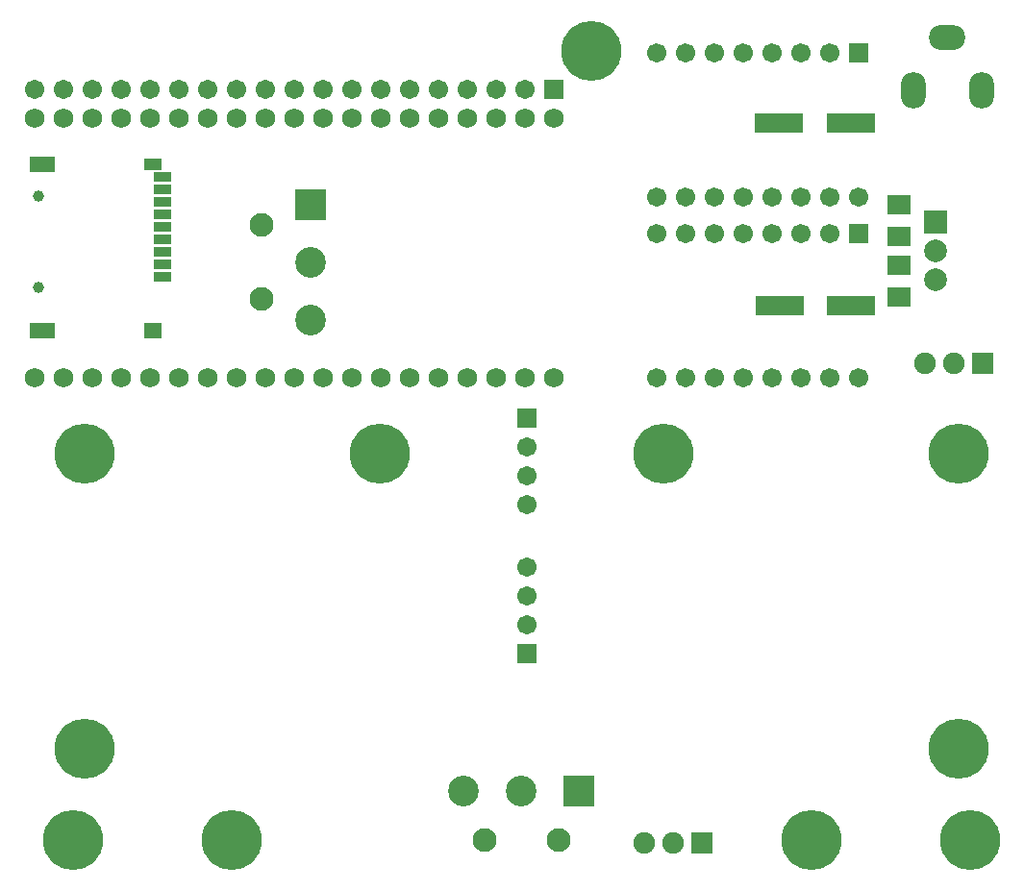
<source format=gbr>
G04 DipTrace 3.3.1.3*
G04 TopMask.gbr*
%MOIN*%
G04 #@! TF.FileFunction,Soldermask,Top*
G04 #@! TF.Part,Single*
%ADD46C,0.03937*%
%ADD47C,0.082677*%
%ADD57C,0.068*%
%ADD59C,0.067*%
%ADD61R,0.067X0.067*%
%ADD63C,0.106425*%
%ADD65R,0.106425X0.106425*%
%ADD67C,0.078866*%
%ADD69R,0.078866X0.078866*%
%ADD71C,0.208*%
%ADD73C,0.074929*%
%ADD75R,0.074929X0.074929*%
%ADD77R,0.063118X0.039496*%
%ADD79R,0.063118X0.055244*%
%ADD81R,0.08674X0.055244*%
%ADD83R,0.059181X0.035559*%
%ADD85C,0.067055*%
%ADD87R,0.067055X0.067055*%
%ADD89O,0.12611X0.08674*%
%ADD91O,0.08674X0.12611*%
%ADD93R,0.171386X0.070992*%
%ADD95R,0.078866X0.070992*%
%FSLAX26Y26*%
G04*
G70*
G90*
G75*
G01*
G04 TopMask*
%LPD*%
D95*
X3453070Y2793700D3*
Y2683464D3*
Y2473700D3*
Y2583936D3*
D93*
X3038998Y3075233D3*
X3287029D3*
X3040570Y2443700D3*
X3288602D3*
D91*
X3503936Y3188976D3*
X3740157D3*
D89*
X3622046Y3374015D3*
D87*
X2163070Y2053700D3*
D85*
Y1953700D3*
Y1853700D3*
Y1753700D3*
D83*
X900570Y2543700D3*
Y2587007D3*
Y2630314D3*
Y2673621D3*
Y2716928D3*
Y2760235D3*
Y2803543D3*
Y2846850D3*
Y2890157D3*
D81*
X485216Y2355511D3*
D79*
X867106D3*
D77*
Y2933464D3*
D81*
X485216D3*
D46*
X469468Y2822834D3*
Y2507873D3*
D87*
X2165354Y1235432D3*
D85*
Y1335432D3*
Y1435432D3*
Y1535432D3*
D75*
X2770325Y581180D3*
D73*
X2670325D3*
X2570325D3*
D75*
X3743070Y2243700D3*
D73*
X3643070D3*
X3543070D3*
D87*
X2256200Y3193700D3*
D85*
X2156200D3*
X2056200D3*
X1956200D3*
X1856200D3*
X1756200D3*
X1656200D3*
X1556200D3*
X1456200D3*
X1356200D3*
X1256200D3*
X1156200D3*
X1056200D3*
X956200D3*
X856200D3*
X756200D3*
X656200D3*
X556200D3*
X456200D3*
D71*
X629920Y1929133D3*
Y905511D3*
X1653543Y1929133D3*
X1141731Y590550D3*
X3661417Y905511D3*
X2637794Y1929133D3*
X3661417D3*
X3149606Y590550D3*
X590550D3*
X3700787D3*
X2389074Y3326771D3*
D69*
X3580570Y2733700D3*
D67*
Y2633700D3*
Y2533700D3*
D65*
X1413384Y2794487D3*
D63*
Y2594487D3*
Y2394487D3*
D47*
X1244094Y2722440D3*
Y2466535D3*
D65*
X2345669Y759842D3*
D63*
X2145669D3*
X1945669D3*
D47*
X2273621Y590552D3*
X2017716D3*
D61*
X3315570Y3318700D3*
D59*
X3215570D3*
X3115570D3*
X3015570D3*
X2915570D3*
X2815570D3*
X2715570D3*
X2615570D3*
Y2818700D3*
X2715570D3*
X2815570D3*
X2915570D3*
X3015570D3*
X3115570D3*
X3215570D3*
X3315570D3*
D61*
Y2693700D3*
D59*
X3215570D3*
X3115570D3*
X3015570D3*
X2915570D3*
X2815570D3*
X2715570D3*
X2615570D3*
Y2193700D3*
X2715570D3*
X2815570D3*
X2915570D3*
X3015570D3*
X3115570D3*
X3215570D3*
X3315570D3*
D57*
X456200Y3093700D3*
X556200D3*
X656200D3*
X756200D3*
X856200D3*
X956200D3*
X1056200D3*
X1156200D3*
X1256200D3*
X1356200D3*
X1456200D3*
X1556200D3*
X1656200D3*
X1756200D3*
X1856200D3*
X1956200D3*
X2056200D3*
X2156200D3*
X2256200D3*
X456200Y2193700D3*
X556200D3*
X656200D3*
X756200D3*
X856200D3*
X956200D3*
X1056200D3*
X1156200D3*
X1256200D3*
X1356200D3*
X1456200D3*
X1556200D3*
X1656200D3*
X1756200D3*
X1856200D3*
X1956200D3*
X2056200D3*
X2156200D3*
X2256200D3*
M02*

</source>
